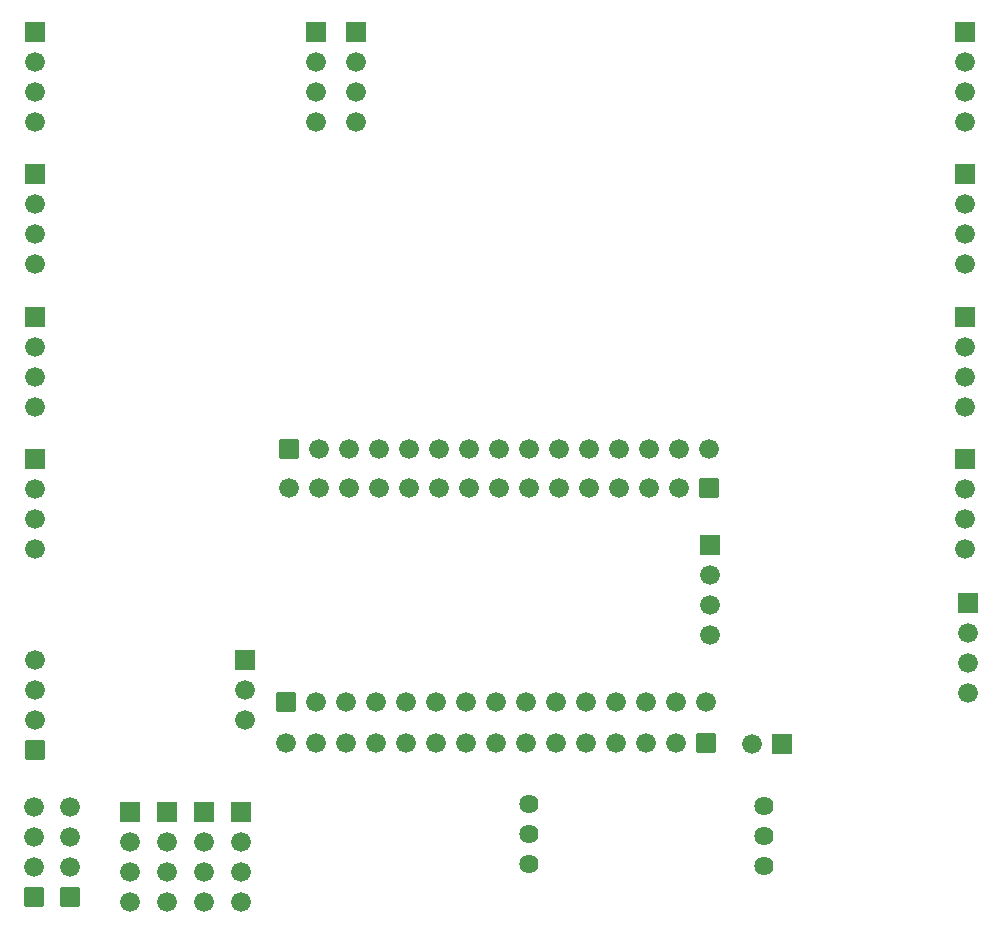
<source format=gbs>
G04 Layer: BottomSolderMaskLayer*
G04 EasyEDA v6.5.40, 2024-04-23 11:15:46*
G04 c7e9cca6e7fb4e88997dfbcd3db0eb44,2d5800d2cc32464ebd88bb1e24ba3ef2,10*
G04 Gerber Generator version 0.2*
G04 Scale: 100 percent, Rotated: No, Reflected: No *
G04 Dimensions in inches *
G04 leading zeros omitted , absolute positions ,3 integer and 6 decimal *
%FSLAX36Y36*%
%MOIN*%

%AMMACRO1*1,1,$1,$2,$3*1,1,$1,$4,$5*1,1,$1,0-$2,0-$3*1,1,$1,0-$4,0-$5*20,1,$1,$2,$3,$4,$5,0*20,1,$1,$4,$5,0-$2,0-$3,0*20,1,$1,0-$2,0-$3,0-$4,0-$5,0*20,1,$1,0-$4,0-$5,$2,$3,0*4,1,4,$2,$3,$4,$5,0-$2,0-$3,0-$4,0-$5,$2,$3,0*%
%ADD10R,0.0660X0.0660*%
%ADD11C,0.0660*%
%ADD12MACRO1,0.004X0.031X-0.031X0.031X0.031*%
%ADD13MACRO1,0.004X-0.031X-0.031X0.031X-0.031*%
%ADD14MACRO1,0.004X0.031X0.031X-0.031X0.031*%
%ADD15C,0.0640*%

%LPD*%
D10*
G01*
X850000Y1620000D03*
D11*
G01*
X850000Y1520000D03*
G01*
X850000Y1420000D03*
D10*
G01*
X588330Y1115000D03*
D11*
G01*
X588330Y1015000D03*
G01*
X588330Y915000D03*
G01*
X588330Y815000D03*
D10*
G01*
X711669Y1115000D03*
D11*
G01*
X711669Y1015000D03*
G01*
X711669Y915000D03*
G01*
X711669Y815000D03*
D10*
G01*
X3260000Y1810000D03*
D11*
G01*
X3260000Y1710000D03*
G01*
X3260000Y1610000D03*
G01*
X3260000Y1510000D03*
D12*
G01*
X145000Y830000D03*
D11*
G01*
X145000Y930000D03*
G01*
X145000Y1030000D03*
G01*
X145000Y1130000D03*
D12*
G01*
X150000Y1320000D03*
D11*
G01*
X150000Y1420000D03*
G01*
X150000Y1520000D03*
G01*
X150000Y1620000D03*
D10*
G01*
X835000Y1115000D03*
D11*
G01*
X835000Y1015000D03*
G01*
X835000Y915000D03*
G01*
X835000Y815000D03*
D10*
G01*
X2640000Y1340000D03*
D11*
G01*
X2540000Y1340000D03*
D12*
G01*
X265000Y830000D03*
D11*
G01*
X265000Y930000D03*
G01*
X265000Y1030000D03*
G01*
X265000Y1130000D03*
D10*
G01*
X3250000Y3715000D03*
D11*
G01*
X3250000Y3615000D03*
G01*
X3250000Y3515000D03*
G01*
X3250000Y3415000D03*
D10*
G01*
X1220000Y3715000D03*
D11*
G01*
X1220000Y3615000D03*
G01*
X1220000Y3515000D03*
G01*
X1220000Y3415000D03*
D10*
G01*
X150000Y3715000D03*
D11*
G01*
X150000Y3615000D03*
G01*
X150000Y3515000D03*
G01*
X150000Y3415000D03*
D10*
G01*
X1085000Y3715000D03*
D11*
G01*
X1085000Y3615000D03*
G01*
X1085000Y3515000D03*
G01*
X1085000Y3415000D03*
D10*
G01*
X3250000Y3240000D03*
D11*
G01*
X3250000Y3140000D03*
G01*
X3250000Y3040000D03*
G01*
X3250000Y2940000D03*
D10*
G01*
X150000Y3240000D03*
D11*
G01*
X150000Y3140000D03*
G01*
X150000Y3040000D03*
G01*
X150000Y2940000D03*
D10*
G01*
X2400000Y2005000D03*
D11*
G01*
X2400000Y1905000D03*
G01*
X2400000Y1805000D03*
G01*
X2400000Y1705000D03*
D10*
G01*
X3250000Y2765000D03*
D11*
G01*
X3250000Y2665000D03*
G01*
X3250000Y2565000D03*
G01*
X3250000Y2465000D03*
D10*
G01*
X150000Y2765000D03*
D11*
G01*
X150000Y2665000D03*
G01*
X150000Y2565000D03*
G01*
X150000Y2465000D03*
D10*
G01*
X3250000Y2290000D03*
D11*
G01*
X3250000Y2190000D03*
G01*
X3250000Y2090000D03*
G01*
X3250000Y1990000D03*
D10*
G01*
X150000Y2290000D03*
D11*
G01*
X150000Y2190000D03*
G01*
X150000Y2090000D03*
G01*
X150000Y1990000D03*
D10*
G01*
X465000Y1115000D03*
D11*
G01*
X465000Y1015000D03*
G01*
X465000Y915000D03*
G01*
X465000Y815000D03*
G01*
X2395000Y2325000D03*
G01*
X2295000Y2325000D03*
G01*
X2195000Y2325000D03*
G01*
X2095000Y2325000D03*
G01*
X1995000Y2325000D03*
G01*
X1895000Y2325000D03*
G01*
X1795000Y2325000D03*
G01*
X1695000Y2325000D03*
G01*
X1595000Y2325000D03*
G01*
X1495000Y2325000D03*
G01*
X1395000Y2325000D03*
G01*
X1295000Y2325000D03*
G01*
X1195000Y2325000D03*
G01*
X1095000Y2325000D03*
D13*
G01*
X995000Y2325000D03*
D11*
G01*
X985000Y1345000D03*
G01*
X1085000Y1345000D03*
G01*
X1185000Y1345000D03*
G01*
X1285000Y1345000D03*
G01*
X1385000Y1345000D03*
G01*
X1485000Y1345000D03*
G01*
X1585000Y1345000D03*
G01*
X1685000Y1345000D03*
G01*
X1785000Y1345000D03*
G01*
X1885000Y1345000D03*
G01*
X1985000Y1345000D03*
G01*
X2085000Y1345000D03*
G01*
X2185000Y1345000D03*
G01*
X2285000Y1345000D03*
D14*
G01*
X2385000Y1345000D03*
D11*
G01*
X995000Y2195000D03*
G01*
X1095000Y2195000D03*
G01*
X1195000Y2195000D03*
G01*
X1295000Y2195000D03*
G01*
X1395000Y2195000D03*
G01*
X1495000Y2195000D03*
G01*
X1595000Y2195000D03*
G01*
X1695000Y2195000D03*
G01*
X1795000Y2195000D03*
G01*
X1895000Y2195000D03*
G01*
X1995000Y2195000D03*
G01*
X2095000Y2195000D03*
G01*
X2195000Y2195000D03*
G01*
X2295000Y2195000D03*
D14*
G01*
X2395000Y2195000D03*
D11*
G01*
X2385000Y1480000D03*
G01*
X2285000Y1480000D03*
G01*
X2185000Y1480000D03*
G01*
X2085000Y1480000D03*
G01*
X1985000Y1480000D03*
G01*
X1885000Y1480000D03*
G01*
X1785000Y1480000D03*
G01*
X1685000Y1480000D03*
G01*
X1585000Y1480000D03*
G01*
X1485000Y1480000D03*
G01*
X1385000Y1480000D03*
G01*
X1285000Y1480000D03*
G01*
X1185000Y1480000D03*
G01*
X1085000Y1480000D03*
D13*
G01*
X985000Y1480000D03*
D15*
G01*
X2580000Y1035000D03*
G01*
X2580000Y935000D03*
G01*
X2580000Y1135000D03*
G01*
X1795000Y1040000D03*
G01*
X1795000Y940000D03*
G01*
X1795000Y1140000D03*
M02*

</source>
